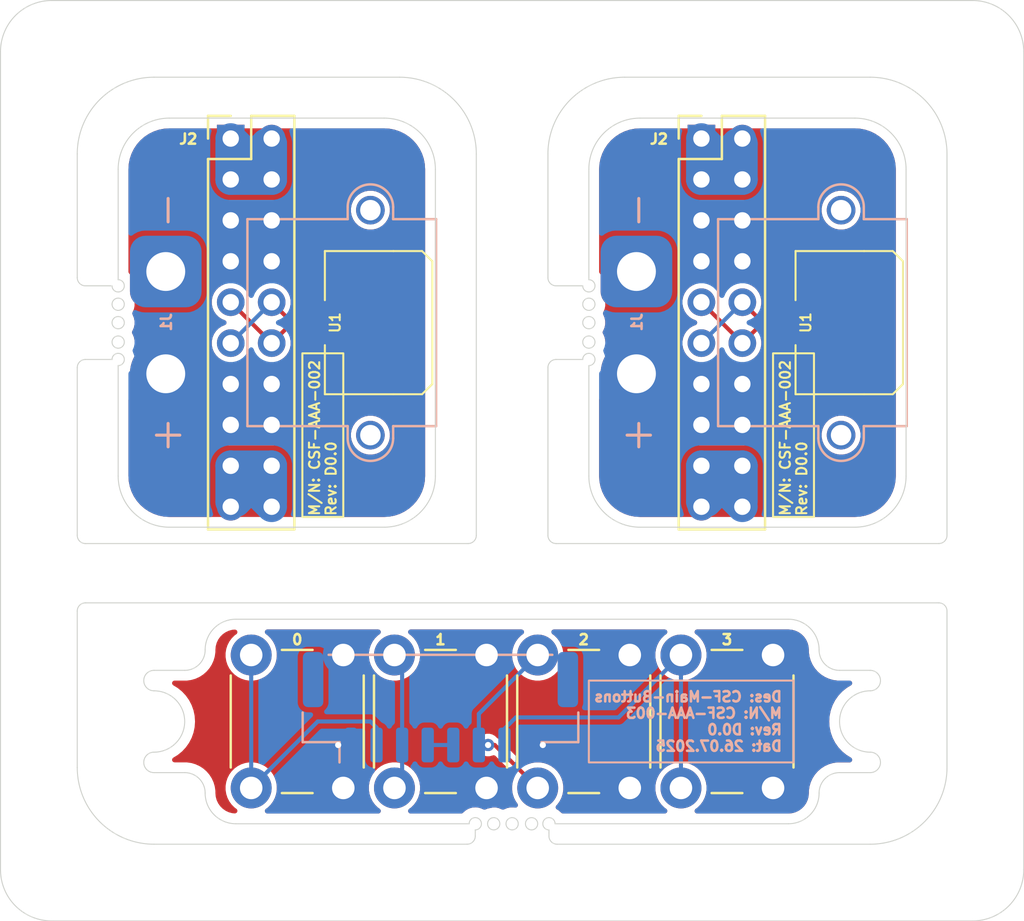
<source format=kicad_pcb>
(kicad_pcb (version 20241229) (generator "pcbnew") (generator_version "9.0")
  (layers (0 "F.Cu" signal) (2 "B.Cu" signal) (13 "F.Paste" user) (15 "B.Paste" user) (5 "F.SilkS" user "F.Silkscreen") (7 "B.SilkS" user "B.Silkscreen") (1 "F.Mask" user) (3 "B.Mask" user) (25 "Edge.Cuts" user))
  (net 0 "")
  (net 1 "+RAWVS")
  (net 2 "GND")
  (net 3 "Power UART TX")
  (net 4 "Power UART RX")
  (net 5 "Button 3")
  (net 6 "Button 0")
  (net 7 "Button 1")
  (net 8 "+3V3")
  (net 9 "Button 2")
  (footprint "Connector_PinHeader_2.00mm:PinHeader_2x10_P2.00mm_Vertical" (layer "F.Cu") (at 108.75 94.25)
    (property "Reference" "J2" (at -2.075 0.025 0) (layer "F.SilkS") (effects (font (size 0.5 0.5))))
    (property "Value" "Pogo Pins" (hide yes))
    (fp_line (start -1.11 -1.11) (end 0 -1.11) (stroke (width 0.12)) (layer "F.SilkS"))
    (fp_line (start -1.11 0) (end -1.11 -1.11) (stroke (width 0.12)) (layer "F.SilkS"))
    (fp_line (start -1.11 1) (end -1.11 19.11) (stroke (width 0.12)) (layer "F.SilkS"))
    (fp_line (start -1.11 1) (end 1 1) (stroke (width 0.12)) (layer "F.SilkS"))
    (fp_line (start -1.11 19.11) (end 3.11 19.11) (stroke (width 0.12)) (layer "F.SilkS"))
    (fp_line (start 1 -1.11) (end 3.11 -1.11) (stroke (width 0.12)) (layer "F.SilkS"))
    (fp_line (start 1 1) (end 1 -1.11) (stroke (width 0.12)) (layer "F.SilkS"))
    (fp_line (start 3.11 -1.11) (end 3.11 19.11) (stroke (width 0.12)) (layer "F.SilkS"))
    (pad "1" thru_hole rect (at 0 0) (size 1.35 1.35) (drill 0.8) (layers "*.Cu" "*.Mask") (net 2 "GND"))
    (pad "2" thru_hole circle (at 2 0) (size 1.35 1.35) (drill 0.8) (layers "*.Cu" "*.Mask") (net 2 "GND"))
    (pad "3" thru_hole circle (at 0 2) (size 1.35 1.35) (drill 0.8) (layers "*.Cu" "*.Mask") (net 2 "GND"))
    (pad "4" thru_hole circle (at 2 2) (size 1.35 1.35) (drill 0.8) (layers "*.Cu" "*.Mask") (net 2 "GND"))
    (pad "5" thru_hole circle (at 0 4) (size 1.35 1.35) (drill 0.8) (layers "*.Cu" "*.Mask") (net 1 "+RAWVS"))
    (pad "6" thru_hole circle (at 2 4) (size 1.35 1.35) (drill 0.8) (layers "*.Cu" "*.Mask") (net 1 "+RAWVS"))
    (pad "7" thru_hole circle (at 0 6) (size 1.35 1.35) (drill 0.8) (layers "*.Cu" "*.Mask") (net 1 "+RAWVS"))
    (pad "8" thru_hole circle (at 2 6) (size 1.35 1.35) (drill 0.8) (layers "*.Cu" "*.Mask") (net 1 "+RAWVS"))
    (pad "9" thru_hole circle (at 0 8) (size 1.35 1.35) (drill 0.8) (layers "*.Cu" "*.Mask") (net 4 "Power UART RX"))
    (pad "10" thru_hole circle (at 2 8) (size 1.35 1.35) (drill 0.8) (layers "*.Cu" "*.Mask") (net 3 "Power UART TX"))
    (pad "11" thru_hole circle (at 0 10) (size 1.35 1.35) (drill 0.8) (layers "*.Cu" "*.Mask") (net 3 "Power UART TX"))
    (pad "12" thru_hole circle (at 2 10) (size 1.35 1.35) (drill 0.8) (layers "*.Cu" "*.Mask") (net 4 "Power UART RX"))
    (pad "13" thru_hole circle (at 0 12) (size 1.35 1.35) (drill 0.8) (layers "*.Cu" "*.Mask") (net 1 "+RAWVS"))
    (pad "14" thru_hole circle (at 2 12) (size 1.35 1.35) (drill 0.8) (layers "*.Cu" "*.Mask") (net 1 "+RAWVS"))
    (pad "15" thru_hole circle (at 0 14) (size 1.35 1.35) (drill 0.8) (layers "*.Cu" "*.Mask") (net 1 "+RAWVS"))
    (pad "16" thru_hole circle (at 2 14) (size 1.35 1.35) (drill 0.8) (layers "*.Cu" "*.Mask") (net 1 "+RAWVS"))
    (pad "17" thru_hole circle (at 0 16) (size 1.35 1.35) (drill 0.8) (layers "*.Cu" "*.Mask") (net 2 "GND"))
    (pad "18" thru_hole circle (at 2 16) (size 1.35 1.35) (drill 0.8) (layers "*.Cu" "*.Mask") (net 2 "GND"))
    (pad "19" thru_hole circle (at 0 18) (size 1.35 1.35) (drill 0.8) (layers "*.Cu" "*.Mask") (net 2 "GND"))
    (pad "20" thru_hole circle (at 2 18) (size 1.35 1.35) (drill 0.8) (layers "*.Cu" "*.Mask") (net 2 "GND"))
  )
  (footprint "FCC:FFC-4-0.5" (layer "F.Cu") (at 136.25 103.25 90)
    (property "Reference" "U1" (at 0 0.6 90) (layer "F.SilkS") (effects (font (size 0.5 0.5) (thickness 0.1))))
    (property "Value" "Substructure" (hide yes))
    (fp_line (start 3.5 0.1) (end 3.5 3.45) (stroke (width 0.1)) (layer "F.SilkS"))
    (fp_line (start 1.1 0.1) (end 3.5 0.1) (stroke (width 0.1)) (layer "F.SilkS"))
    (fp_line (start -3.5 0.1) (end -1.1 0.1) (stroke (width 0.1)) (layer "F.SilkS"))
    (fp_line (start -3.5 3.45) (end -3.5 0.1) (stroke (width 0.1)) (layer "F.SilkS"))
    (fp_line (start 3.5 4.849999) (end 3.5 3.45) (stroke (width 0.1)) (layer "F.SilkS"))
    (fp_line (start -3.5 4.849999) (end -3.5 3.45) (stroke (width 0.1)) (layer "F.SilkS"))
    (fp_line (start 3 5.35) (end 3.5 4.849999) (stroke (width 0.1)) (layer "F.SilkS"))
    (fp_line (start -3 5.35) (end -3.5 4.849999) (stroke (width 0.1)) (layer "F.SilkS"))
    (fp_line (start -3 5.35) (end 3 5.35) (stroke (width 0.1)) (layer "F.SilkS"))
    (pad "" smd rect (at -2.4 2.55 90) (size 1.8 2.2) (layers "F.Cu" "F.Mask" "F.Paste"))
    (pad "" smd rect (at 2.4 2.55 90) (size 1.8 2.2) (layers "F.Cu" "F.Mask" "F.Paste"))
    (pad "1" smd rect (at -0.75 -0.65 90) (size 0.3 1.1) (layers "F.Cu" "F.Mask" "F.Paste") (net 2 "GND"))
    (pad "2" smd rect (at -0.25 -0.65 90) (size 0.3 1.1) (layers "F.Cu" "F.Mask" "F.Paste") (net 4 "Power UART RX"))
    (pad "3" smd rect (at 0.25 -0.649999 90) (size 0.3 1.1) (layers "F.Cu" "F.Mask" "F.Paste") (net 3 "Power UART TX"))
    (pad "4" smd rect (at 0.75 -0.65 90) (size 0.3 1.1) (layers "F.Cu" "F.Mask" "F.Paste") (net 2 "GND"))
  )
  (footprint "Button_Switch_THT:SW_PUSH_6mm_H5mm" (layer "F.Cu") (at 123.75 126 90)
    (property "Reference" "SW3" (hide yes))
    (property "Value" "2" (at 7.25 2.25 0) (layer "F.SilkS") (effects (font (size 0.5 0.5) (thickness 0.125))))
    (fp_line (start 5.5 -1) (end 1 -1) (stroke (width 0.12)) (layer "F.SilkS"))
    (fp_line (start -0.25 1.5) (end -0.25 3) (stroke (width 0.12)) (layer "F.SilkS"))
    (fp_line (start 6.75 3) (end 6.75 1.5) (stroke (width 0.12)) (layer "F.SilkS"))
    (fp_line (start 1 5.5) (end 5.5 5.5) (stroke (width 0.12)) (layer "F.SilkS"))
    (pad "1" thru_hole circle (at 0 0 180) (size 2 2) (drill 1.1) (layers "*.Cu" "*.Mask") (net 9 "Button 2"))
    (pad "1" thru_hole circle (at 6.5 0 180) (size 2 2) (drill 1.1) (layers "*.Cu" "*.Mask") (net 9 "Button 2"))
    (pad "2" thru_hole circle (at 0 4.5 180) (size 2 2) (drill 1.1) (layers "*.Cu" "*.Mask") (net 2 "GND"))
    (pad "2" thru_hole circle (at 6.5 4.5 180) (size 2 2) (drill 1.1) (layers "*.Cu" "*.Mask") (net 2 "GND"))
  )
  (footprint "FCC:FFC-4-0.5" (layer "F.Cu") (at 113.25 103.25 90)
    (property "Reference" "U1" (at 0 0.6 90) (layer "F.SilkS") (effects (font (size 0.5 0.5) (thickness 0.1))))
    (property "Value" "Substructure" (hide yes))
    (fp_line (start 3.5 0.1) (end 3.5 3.45) (stroke (width 0.1)) (layer "F.SilkS"))
    (fp_line (start 1.1 0.1) (end 3.5 0.1) (stroke (width 0.1)) (layer "F.SilkS"))
    (fp_line (start -3.5 0.1) (end -1.1 0.1) (stroke (width 0.1)) (layer "F.SilkS"))
    (fp_line (start -3.5 3.45) (end -3.5 0.1) (stroke (width 0.1)) (layer "F.SilkS"))
    (fp_line (start 3.5 4.849999) (end 3.5 3.45) (stroke (width 0.1)) (layer "F.SilkS"))
    (fp_line (start -3.5 4.849999) (end -3.5 3.45) (stroke (width 0.1)) (layer "F.SilkS"))
    (fp_line (start 3 5.35) (end 3.5 4.849999) (stroke (width 0.1)) (layer "F.SilkS"))
    (fp_line (start -3 5.35) (end -3.5 4.849999) (stroke (width 0.1)) (layer "F.SilkS"))
    (fp_line (start -3 5.35) (end 3 5.35) (stroke (width 0.1)) (layer "F.SilkS"))
    (pad "" smd rect (at -2.4 2.55 90) (size 1.8 2.2) (layers "F.Cu" "F.Mask" "F.Paste"))
    (pad "" smd rect (at 2.4 2.55 90) (size 1.8 2.2) (layers "F.Cu" "F.Mask" "F.Paste"))
    (pad "1" smd rect (at -0.75 -0.65 90) (size 0.3 1.1) (layers "F.Cu" "F.Mask" "F.Paste") (net 2 "GND"))
    (pad "2" smd rect (at -0.25 -0.65 90) (size 0.3 1.1) (layers "F.Cu" "F.Mask" "F.Paste") (net 4 "Power UART RX"))
    (pad "3" smd rect (at 0.25 -0.649999 90) (size 0.3 1.1) (layers "F.Cu" "F.Mask" "F.Paste") (net 3 "Power UART TX"))
    (pad "4" smd rect (at 0.75 -0.65 90) (size 0.3 1.1) (layers "F.Cu" "F.Mask" "F.Paste") (net 2 "GND"))
  )
  (footprint "Button_Switch_THT:SW_PUSH_6mm_H5mm" (layer "F.Cu") (at 116.75 126 90)
    (property "Reference" "SW2" (hide yes))
    (property "Value" "1" (at 7.25 2.25 0) (layer "F.SilkS") (effects (font (size 0.5 0.5) (thickness 0.125))))
    (fp_line (start 5.5 -1) (end 1 -1) (stroke (width 0.12)) (layer "F.SilkS"))
    (fp_line (start -0.25 1.5) (end -0.25 3) (stroke (width 0.12)) (layer "F.SilkS"))
    (fp_line (start 6.75 3) (end 6.75 1.5) (stroke (width 0.12)) (layer "F.SilkS"))
    (fp_line (start 1 5.5) (end 5.5 5.5) (stroke (width 0.12)) (layer "F.SilkS"))
    (pad "1" thru_hole circle (at 0 0 180) (size 2 2) (drill 1.1) (layers "*.Cu" "*.Mask") (net 7 "Button 1"))
    (pad "1" thru_hole circle (at 6.5 0 180) (size 2 2) (drill 1.1) (layers "*.Cu" "*.Mask") (net 7 "Button 1"))
    (pad "2" thru_hole circle (at 0 4.5 180) (size 2 2) (drill 1.1) (layers "*.Cu" "*.Mask") (net 2 "GND"))
    (pad "2" thru_hole circle (at 6.5 4.5 180) (size 2 2) (drill 1.1) (layers "*.Cu" "*.Mask") (net 2 "GND"))
  )
  (footprint "Button_Switch_THT:SW_PUSH_6mm_H5mm" (layer "F.Cu") (at 109.75 126 90)
    (property "Reference" "SW1" (hide yes))
    (property "Value" "0" (at 7.25 2.25 0) (layer "F.SilkS") (effects (font (size 0.5 0.5) (thickness 0.125))))
    (fp_line (start 5.5 -1) (end 1 -1) (stroke (width 0.12)) (layer "F.SilkS"))
    (fp_line (start -0.25 1.5) (end -0.25 3) (stroke (width 0.12)) (layer "F.SilkS"))
    (fp_line (start 6.75 3) (end 6.75 1.5) (stroke (width 0.12)) (layer "F.SilkS"))
    (fp_line (start 1 5.5) (end 5.5 5.5) (stroke (width 0.12)) (layer "F.SilkS"))
    (pad "1" thru_hole circle (at 0 0 180) (size 2 2) (drill 1.1) (layers "*.Cu" "*.Mask") (net 6 "Button 0"))
    (pad "1" thru_hole circle (at 6.5 0 180) (size 2 2) (drill 1.1) (layers "*.Cu" "*.Mask") (net 6 "Button 0"))
    (pad "2" thru_hole circle (at 0 4.5 180) (size 2 2) (drill 1.1) (layers "*.Cu" "*.Mask") (net 2 "GND"))
    (pad "2" thru_hole circle (at 6.5 4.5 180) (size 2 2) (drill 1.1) (layers "*.Cu" "*.Mask") (net 2 "GND"))
  )
  (footprint "Button_Switch_THT:SW_PUSH_6mm_H5mm" (layer "F.Cu") (at 130.75 126 90)
    (property "Reference" "SW4" (hide yes))
    (property "Value" "3" (at 7.25 2.25 0) (layer "F.SilkS") (effects (font (size 0.5 0.5) (thickness 0.125))))
    (fp_line (start 5.5 -1) (end 1 -1) (stroke (width 0.12)) (layer "F.SilkS"))
    (fp_line (start -0.25 1.5) (end -0.25 3) (stroke (width 0.12)) (layer "F.SilkS"))
    (fp_line (start 6.75 3) (end 6.75 1.5) (stroke (width 0.12)) (layer "F.SilkS"))
    (fp_line (start 1 5.5) (end 5.5 5.5) (stroke (width 0.12)) (layer "F.SilkS"))
    (pad "1" thru_hole circle (at 0 0 180) (size 2 2) (drill 1.1) (layers "*.Cu" "*.Mask") (net 5 "Button 3"))
    (pad "1" thru_hole circle (at 6.5 0 180) (size 2 2) (drill 1.1) (layers "*.Cu" "*.Mask") (net 5 "Button 3"))
    (pad "2" thru_hole circle (at 0 4.5 180) (size 2 2) (drill 1.1) (layers "*.Cu" "*.Mask") (net 2 "GND"))
    (pad "2" thru_hole circle (at 6.5 4.5 180) (size 2 2) (drill 1.1) (layers "*.Cu" "*.Mask") (net 2 "GND"))
  )
  (footprint "Connector_PinHeader_2.00mm:PinHeader_2x10_P2.00mm_Vertical" (layer "F.Cu") (at 131.75 94.25)
    (property "Reference" "J2" (at -2.075 0.025 0) (layer "F.SilkS") (effects (font (size 0.5 0.5))))
    (property "Value" "Pogo Pins" (hide yes))
    (fp_line (start -1.11 -1.11) (end 0 -1.11) (stroke (width 0.12)) (layer "F.SilkS"))
    (fp_line (start -1.11 0) (end -1.11 -1.11) (stroke (width 0.12)) (layer "F.SilkS"))
    (fp_line (start -1.11 1) (end -1.11 19.11) (stroke (width 0.12)) (layer "F.SilkS"))
    (fp_line (start -1.11 1) (end 1 1) (stroke (width 0.12)) (layer "F.SilkS"))
    (fp_line (start -1.11 19.11) (end 3.11 19.11) (stroke (width 0.12)) (layer "F.SilkS"))
    (fp_line (start 1 -1.11) (end 3.11 -1.11) (stroke (width 0.12)) (layer "F.SilkS"))
    (fp_line (start 1 1) (end 1 -1.11) (stroke (width 0.12)) (layer "F.SilkS"))
    (fp_line (start 3.11 -1.11) (end 3.11 19.11) (stroke (width 0.12)) (layer "F.SilkS"))
    (pad "1" thru_hole rect (at 0 0) (size 1.35 1.35) (drill 0.8) (layers "*.Cu" "*.Mask") (net 2 "GND"))
    (pad "2" thru_hole circle (at 2 0) (size 1.35 1.35) (drill 0.8) (layers "*.Cu" "*.Mask") (net 2 "GND"))
    (pad "3" thru_hole circle (at 0 2) (size 1.35 1.35) (drill 0.8) (layers "*.Cu" "*.Mask") (net 2 "GND"))
    (pad "4" thru_hole circle (at 2 2) (size 1.35 1.35) (drill 0.8) (layers "*.Cu" "*.Mask") (net 2 "GND"))
    (pad "5" thru_hole circle (at 0 4) (size 1.35 1.35) (drill 0.8) (layers "*.Cu" "*.Mask") (net 1 "+RAWVS"))
    (pad "6" thru_hole circle (at 2 4) (size 1.35 1.35) (drill 0.8) (layers "*.Cu" "*.Mask") (net 1 "+RAWVS"))
    (pad "7" thru_hole circle (at 0 6) (size 1.35 1.35) (drill 0.8) (layers "*.Cu" "*.Mask") (net 1 "+RAWVS"))
    (pad "8" thru_hole circle (at 2 6) (size 1.35 1.35) (drill 0.8) (layers "*.Cu" "*.Mask") (net 1 "+RAWVS"))
    (pad "9" thru_hole circle (at 0 8) (size 1.35 1.35) (drill 0.8) (layers "*.Cu" "*.Mask") (net 4 "Power UART RX"))
    (pad "10" thru_hole circle (at 2 8) (size 1.35 1.35) (drill 0.8) (layers "*.Cu" "*.Mask") (net 3 "Power UART TX"))
    (pad "11" thru_hole circle (at 0 10) (size 1.35 1.35) (drill 0.8) (layers "*.Cu" "*.Mask") (net 3 "Power UART TX"))
    (pad "12" thru_hole circle (at 2 10) (size 1.35 1.35) (drill 0.8) (layers "*.Cu" "*.Mask") (net 4 "Power UART RX"))
    (pad "13" thru_hole circle (at 0 12) (size 1.35 1.35) (drill 0.8) (layers "*.Cu" "*.Mask") (net 1 "+RAWVS"))
    (pad "14" thru_hole circle (at 2 12) (size 1.35 1.35) (drill 0.8) (layers "*.Cu" "*.Mask") (net 1 "+RAWVS"))
    (pad "15" thru_hole circle (at 0 14) (size 1.35 1.35) (drill 0.8) (layers "*.Cu" "*.Mask") (net 1 "+RAWVS"))
    (pad "16" thru_hole circle (at 2 14) (size 1.35 1.35) (drill 0.8) (layers "*.Cu" "*.Mask") (net 1 "+RAWVS"))
    (pad "17" thru_hole circle (at 0 16) (size 1.35 1.35) (drill 0.8) (layers "*.Cu" "*.Mask") (net 2 "GND"))
    (pad "18" thru_hole circle (at 2 16) (size 1.35 1.35) (drill 0.8) (layers "*.Cu" "*.Mask") (net 2 "GND"))
    (pad "19" thru_hole circle (at 0 18) (size 1.35 1.35) (drill 0.8) (layers "*.Cu" "*.Mask") (net 2 "GND"))
    (pad "20" thru_hole circle (at 2 18) (size 1.35 1.35) (drill 0.8) (layers "*.Cu" "*.Mask") (net 2 "GND"))
  )
  (footprint "Connector_AMASS:AMASS_XT30PW-M_1x02_P2.50mm_Horizontal" (layer "B.Cu") (at 128.575 100.75 90)
    (property "Reference" "J1" (at -2.475 0.025 90) (layer "B.SilkS") (effects (font (size 0.5 0.5) (thickness 0.125)) (justify mirror)))
    (property "Value" "Substructure Power" (hide yes))
    (fp_line (start -7.56 3.99) (end 2.56 3.99) (stroke (width 0.12)) (layer "B.SilkS"))
    (fp_line (start 2.56 8.89) (end 2.56 3.99) (stroke (width 0.12)) (layer "B.SilkS"))
    (fp_line (start 2.56 8.89) (end 3.15 8.89) (stroke (width 0.12)) (layer "B.SilkS"))
    (fp_line (start -7.56 8.89) (end -7.56 3.99) (stroke (width 0.12)) (layer "B.SilkS"))
    (fp_line (start -8.15 8.89) (end -7.56 8.89) (stroke (width 0.12)) (layer "B.SilkS"))
    (fp_line (start 2.56 11.11) (end 3.15 11.11) (stroke (width 0.12)) (layer "B.SilkS"))
    (fp_line (start -8.15 11.11) (end -7.56 11.11) (stroke (width 0.12)) (layer "B.SilkS"))
    (fp_line (start 2.56 13.21) (end 2.56 11.11) (stroke (width 0.12)) (layer "B.SilkS"))
    (fp_line (start -7.56 13.21) (end -7.56 11.11) (stroke (width 0.12)) (layer "B.SilkS"))
    (fp_line (start -7.56 13.21) (end 2.56 13.21) (stroke (width 0.12)) (layer "B.SilkS"))
    (fp_arc (start 3.15 8.89) (mid 4.26 10) (end 3.15 11.11) (stroke (width 0.12)) (layer "B.SilkS"))
    (fp_arc (start -8.15 11.11) (mid -9.26 10) (end -8.15 8.89) (stroke (width 0.12)) (layer "B.SilkS"))
    (fp_text user "+" (at -8 0 90) (layer "B.SilkS") (effects (font (size 1.5 1.5)) (justify mirror)))
    (fp_text user "-" (at 3 0 90) (layer "B.SilkS") (effects (font (size 1.5 1.5)) (justify mirror)))
    (pad "" thru_hole circle (at -8 10 90) (size 1.4 1.4) (drill 1) (layers "*.Cu" "*.Mask"))
    (pad "" thru_hole circle (at 3 10 90) (size 1.4 1.4) (drill 1) (layers "*.Cu" "*.Mask"))
    (pad "1" thru_hole roundrect (at 0 0 90) (size 3.5 3.5) (drill 1.9) (layers "*.Cu" "*.Mask") (roundrect_rratio 0.22) (net 2 "GND"))
    (pad "2" thru_hole circle (at -5 0 90) (size 3.5 3.5) (drill 1.9) (layers "*.Cu" "*.Mask") (net 1 "+RAWVS"))
  )
  (footprint "Connector_JST:JST_GH_SM08B-GHS-TB_1x08-1MP_P1.25mm_Horizontal" (layer "B.Cu") (at 119 122.05)
    (property "Reference" "J8" (hide yes))
    (property "Value" "Buttons" (hide yes))
    (fp_line (start -6.735 0.26) (end -6.735 1.71) (stroke (width 0.12)) (layer "B.SilkS"))
    (fp_line (start -6.735 1.71) (end -4.935 1.71) (stroke (width 0.12)) (layer "B.SilkS"))
    (fp_line (start -5.465 -2.56) (end 5.465 -2.56) (stroke (width 0.12)) (layer "B.SilkS"))
    (fp_line (start -4.935 1.71) (end -4.935 2.7) (stroke (width 0.12)) (layer "B.SilkS"))
    (fp_line (start 6.735 0.26) (end 6.735 1.71) (stroke (width 0.12)) (layer "B.SilkS"))
    (fp_line (start 6.735 1.71) (end 4.935 1.71) (stroke (width 0.12)) (layer "B.SilkS"))
    (pad "1" smd roundrect (at -4.375 1.85) (size 0.6 1.7) (layers "B.Cu" "B.Mask" "B.Paste") (net 2 "GND"))
    (pad "2" smd roundrect (at -3.125 1.85) (size 0.6 1.7) (layers "B.Cu" "B.Mask" "B.Paste") (net 6 "Button 0"))
    (pad "3" smd roundrect (at -1.875 1.85) (size 0.6 1.7) (layers "B.Cu" "B.Mask" "B.Paste") (net 7 "Button 1"))
    (pad "4" smd roundrect (at -0.625 1.85) (size 0.6 1.7) (layers "B.Cu" "B.Mask" "B.Paste") (net 8 "+3V3"))
    (pad "5" smd roundrect (at 0.625 1.85) (size 0.6 1.7) (layers "B.Cu" "B.Mask" "B.Paste") (net 8 "+3V3"))
    (pad "6" smd roundrect (at 1.875 1.85) (size 0.6 1.7) (layers "B.Cu" "B.Mask" "B.Paste") (net 9 "Button 2"))
    (pad "7" smd roundrect (at 3.125 1.85) (size 0.6 1.7) (layers "B.Cu" "B.Mask" "B.Paste") (net 5 "Button 3"))
    (pad "8" smd roundrect (at 4.375 1.85) (size 0.6 1.7) (layers "B.Cu" "B.Mask" "B.Paste") (net 2 "GND"))
    (pad "MP" smd roundrect (at -6.225 -1.35) (size 1 2.7) (layers "B.Cu" "B.Mask" "B.Paste"))
    (pad "MP" smd roundrect (at 6.225 -1.35) (size 1 2.7) (layers "B.Cu" "B.Mask" "B.Paste"))
  )
  (footprint "Connector_AMASS:AMASS_XT30PW-M_1x02_P2.50mm_Horizontal" (layer "B.Cu") (at 105.575 100.75 90)
    (property "Reference" "J1" (at -2.475 0.025 90) (layer "B.SilkS") (effects (font (size 0.5 0.5) (thickness 0.125)) (justify mirror)))
    (property "Value" "Substructure Power" (hide yes))
    (fp_line (start -7.56 3.99) (end 2.56 3.99) (stroke (width 0.12)) (layer "B.SilkS"))
    (fp_line (start 2.56 8.89) (end 2.56 3.99) (stroke (width 0.12)) (layer "B.SilkS"))
    (fp_line (start 2.56 8.89) (end 3.15 8.89) (stroke (width 0.12)) (layer "B.SilkS"))
    (fp_line (start -7.56 8.89) (end -7.56 3.99) (stroke (width 0.12)) (layer "B.SilkS"))
    (fp_line (start -8.15 8.89) (end -7.56 8.89) (stroke (width 0.12)) (layer "B.SilkS"))
    (fp_line (start 2.56 11.11) (end 3.15 11.11) (stroke (width 0.12)) (layer "B.SilkS"))
    (fp_line (start -8.15 11.11) (end -7.56 11.11) (stroke (width 0.12)) (layer "B.SilkS"))
    (fp_line (start 2.56 13.21) (end 2.56 11.11) (stroke (width 0.12)) (layer "B.SilkS"))
    (fp_line (start -7.56 13.21) (end -7.56 11.11) (stroke (width 0.12)) (layer "B.SilkS"))
    (fp_line (start -7.56 13.21) (end 2.56 13.21) (stroke (width 0.12)) (layer "B.SilkS"))
    (fp_arc (start 3.15 8.89) (mid 4.26 10) (end 3.15 11.11) (stroke (width 0.12)) (layer "B.SilkS"))
    (fp_arc (start -8.15 11.11) (mid -9.26 10) (end -8.15 8.89) (stroke (width 0.12)) (layer "B.SilkS"))
    (fp_text user "-" (at 3 0 90) (layer "B.SilkS") (effects (font (size 1.5 1.5)) (justify mirror)))
    (fp_text user "+" (at -8 0 90) (layer "B.SilkS") (effects (font (size 1.5 1.5)) (justify mirror)))
    (pad "" thru_hole circle (at -8 10 90) (size 1.4 1.4) (drill 1) (layers "*.Cu" "*.Mask"))
    (pad "" thru_hole circle (at 3 10 90) (size 1.4 1.4) (drill 1) (layers "*.Cu" "*.Mask"))
    (pad "1" thru_hole roundrect (at 0 0 90) (size 3.5 3.5) (drill 1.9) (layers "*.Cu" "*.Mask") (roundrect_rratio 0.22) (net 2 "GND"))
    (pad "2" thru_hole circle (at -5 0 90) (size 3.5 3.5) (drill 1.9) (layers "*.Cu" "*.Mask") (net 1 "+RAWVS"))
  )
  (gr_rect (start 112.25 104.75) (end 114.25 112.75) (stroke (width 0.1)) (fill no) (layer "F.SilkS"))
  (gr_rect (start 135.25 104.75) (end 137.25 112.75) (stroke (width 0.1)) (fill no) (layer "F.SilkS"))
  (gr_rect (start 126.25 120.75) (end 136.25 124.75) (stroke (width 0.1)) (fill no) (layer "B.SilkS"))
  (gr_circle (center 103.25 102.35) (end 103.25 102.05) (stroke (width 0.05)) (fill no) (layer "Edge.Cuts"))
  (gr_arc (start 120.7 128.35) (mid 120.582843 128.632843) (end 120.3 128.75) (stroke (width 0.05)) (layer "Edge.Cuts"))
  (gr_arc (start 120.75 113.65) (mid 120.632843 113.932843) (end 120.35 114.05) (stroke (width 0.05)) (layer "Edge.Cuts"))
  (gr_line (start 128.75 113.25) (end 139.25 113.25) (stroke (width 0.05)) (layer "Edge.Cuts"))
  (gr_line (start 141.75 110.75) (end 141.75 95.75) (stroke (width 0.05)) (layer "Edge.Cuts"))
  (gr_arc (start 107.5 119.25) (mid 107.207107 119.957107) (end 106.5 120.25) (stroke (width 0.05)) (layer "Edge.Cuts"))
  (gr_line (start 106.5 120.25) (end 105 120.25) (stroke (width 0.05)) (layer "Edge.Cuts"))
  (gr_line (start 118.75 110.75) (end 118.75 95.75) (stroke (width 0.05)) (layer "Edge.Cuts"))
  (gr_line (start 101.25 105.45) (end 101.25 113.65) (stroke (width 0.05)) (layer "Edge.Cuts"))
  (gr_arc (start 126.25 95.75) (mid 126.982233 93.982233) (end 128.75 93.25) (stroke (width 0.05)) (layer "Edge.Cuts"))
  (gr_arc (start 105.75 113.25) (mid 103.982233 112.517767) (end 103.25 110.75) (stroke (width 0.05)) (layer "Edge.Cuts"))
  (gr_arc (start 124.25 105.45) (mid 124.367157 105.167157) (end 124.65 105.05) (stroke (width 0.05)) (layer "Edge.Cuts"))
  (gr_arc (start 141.75 110.75) (mid 141.017767 112.517767) (end 139.25 113.25) (stroke (width 0.05)) (layer "Edge.Cuts"))
  (gr_arc (start 139.25 93.25) (mid 141.017767 93.982233) (end 141.75 95.75) (stroke (width 0.05)) (layer "Edge.Cuts"))
  (gr_arc (start 101.65 101.45) (mid 101.367157 101.332843) (end 101.25 101.05) (stroke (width 0.05)) (layer "Edge.Cuts"))
  (gr_arc (start 136 117.75) (mid 137.06066 118.18934) (end 137.5 119.25) (stroke (width 0.05)) (layer "Edge.Cuts"))
  (gr_line (start 101.25 117.35) (end 101.25 125) (stroke (width 0.05)) (layer "Edge.Cuts"))
  (gr_circle (center 126.25 103.25) (end 126.25 102.95) (stroke (width 0.05)) (fill no) (layer "Edge.Cuts"))
  (gr_arc (start 105 121.25) (mid 106.5 122.75) (end 105 124.25) (stroke (width 0.05)) (layer "Edge.Cuts"))
  (gr_line (start 120.75 113.65) (end 120.75 95) (stroke (width 0.05)) (layer "Edge.Cuts"))
  (gr_circle (center 126.25 102.35) (end 126.25 102.05) (stroke (width 0.05)) (fill no) (layer "Edge.Cuts"))
  (gr_arc (start 124.25 95) (mid 125.34835 92.34835) (end 128 91.25) (stroke (width 0.05)) (layer "Edge.Cuts"))
  (gr_line (start 120.7 128.05) (end 120.7 128.35) (stroke (width 0.05)) (layer "Edge.Cuts"))
  (gr_line (start 138.5 120.25) (end 140 120.25) (stroke (width 0.05)) (layer "Edge.Cuts"))
  (gr_arc (start 103.25 101.15) (mid 103.462132 101.662132) (end 102.95 101.45) (stroke (width 0.05)) (layer "Edge.Cuts"))
  (gr_line (start 109 117.75) (end 136 117.75) (stroke (width 0.05)) (layer "Edge.Cuts"))
  (gr_line (start 128 91.25) (end 140 91.25) (stroke (width 0.05)) (layer "Edge.Cuts"))
  (gr_arc (start 140 124.25) (mid 140.5 124.75) (end 140 125.25) (stroke (width 0.05)) (layer "Edge.Cuts"))
  (gr_line (start 124.65 114.05) (end 143.35 114.05) (stroke (width 0.05)) (layer "Edge.Cuts"))
  (gr_line (start 97.5 130) (end 97.5 90) (stroke (width 0.05)) (layer "Edge.Cuts"))
  (gr_arc (start 101.25 105.45) (mid 101.367157 105.167157) (end 101.65 105.05) (stroke (width 0.05)) (layer "Edge.Cuts"))
  (gr_line (start 105.75 113.25) (end 116.25 113.25) (stroke (width 0.05)) (layer "Edge.Cuts"))
  (gr_arc (start 143.75 113.65) (mid 143.632843 113.932843) (end 143.35 114.05) (stroke (width 0.05)) (layer "Edge.Cuts"))
  (gr_arc (start 138.5 120.25) (mid 137.792893 119.957107) (end 137.5 119.25) (stroke (width 0.05)) (layer "Edge.Cuts"))
  (gr_arc (start 101.25 95) (mid 102.34835 92.34835) (end 105 91.25) (stroke (width 0.05)) (layer "Edge.Cuts"))
  (gr_line (start 100 87.5) (end 145 87.5) (stroke (width 0.05)) (layer "Edge.Cuts"))
  (gr_arc (start 140 124.25) (mid 138.5 122.75) (end 140 121.25) (stroke (width 0.05)) (layer "Edge.Cuts"))
  (gr_arc (start 145 87.5) (mid 146.767767 88.232233) (end 147.5 90) (stroke (width 0.05)) (layer "Edge.Cuts"))
  (gr_arc (start 140 120.25) (mid 140.5 120.75) (end 140 121.25) (stroke (width 0.05)) (layer "Edge.Cuts"))
  (gr_line (start 105 128.75) (end 120.3 128.75) (stroke (width 0.05)) (layer "Edge.Cuts"))
  (gr_line (start 101.65 116.95) (end 143.35 116.95) (stroke (width 0.05)) (layer "Edge.Cuts"))
  (gr_arc (start 105 128.75) (mid 102.34835 127.65165) (end 101.25 125) (stroke (width 0.05)) (layer "Edge.Cuts"))
  (gr_line (start 143.75 125) (end 143.75 117.35) (stroke (width 0.05)) (layer "Edge.Cuts"))
  (gr_line (start 143.75 113.65) (end 143.75 95) (stroke (width 0.05)) (layer "Edge.Cuts"))
  (gr_arc (start 117 91.25) (mid 119.65165 92.34835) (end 120.75 95) (stroke (width 0.05)) (layer "Edge.Cuts"))
  (gr_line (start 105 91.25) (end 117 91.25) (stroke (width 0.05)) (layer "Edge.Cuts"))
  (gr_arc (start 105 121.25) (mid 104.5 120.75) (end 105 120.25) (stroke (width 0.05)) (layer "Edge.Cuts"))
  (gr_arc (start 101.65 114.05) (mid 101.367157 113.932843) (end 101.25 113.65) (stroke (width 0.05)) (layer "Edge.Cuts"))
  (gr_arc (start 106.5 125.25) (mid 107.207107 125.542893) (end 107.5 126.25) (stroke (width 0.05)) (layer "Edge.Cuts"))
  (gr_arc (start 105 125.25) (mid 104.5 124.75) (end 105 124.25) (stroke (width 0.05)) (layer "Edge.Cuts"))
  (gr_arc (start 128.75 113.25) (mid 126.982233 112.517767) (end 126.25 110.75) (stroke (width 0.05)) (layer "Edge.Cuts"))
  (gr_line (start 103.25 105.35) (end 103.25 110.75) (stroke (width 0.05)) (layer "Edge.Cuts"))
  (gr_line (start 102.95 105.05) (end 101.65 105.05) (stroke (width 0.05)) (layer "Edge.Cuts"))
  (gr_line (start 125.95 101.45) (end 124.65 101.45) (stroke (width 0.05)) (layer "Edge.Cuts"))
  (gr_circle (center 122.5 127.75) (end 122.2 127.75) (stroke (width 0.05)) (fill no) (layer "Edge.Cuts"))
  (gr_line (start 124.6 127.75) (end 136 127.75) (stroke (width 0.05)) (layer "Edge.Cuts"))
  (gr_circle (center 126.25 104.2) (end 126.25 103.9) (stroke (width 0.05)) (fill no) (layer "Edge.Cuts"))
  (gr_line (start 101.25 95) (end 101.25 101.05) (stroke (width 0.05)) (layer "Edge.Cuts"))
  (gr_arc (start 124.3 128.05) (mid 124.087868 127.537868) (end 124.6 127.75) (stroke (width 0.05)) (layer "Edge.Cuts"))
  (gr_line (start 124.25 101.05) (end 124.25 95) (stroke (width 0.05)) (layer "Edge.Cuts"))
  (gr_arc (start 143.35 116.95) (mid 143.632843 117.067157) (end 143.75 117.35) (stroke (width 0.05)) (layer "Edge.Cuts"))
  (gr_line (start 103.25 95.75) (end 103.25 101.15) (stroke (width 0.05)) (layer "Edge.Cuts"))
  (gr_line (start 147.5 90) (end 147.5 130) (stroke (width 0.05)) (layer "Edge.Cuts"))
  (gr_arc (start 124.7 128.75) (mid 124.417157 128.632843) (end 124.3 128.35) (stroke (width 0.05)) (layer "Edge.Cuts"))
  (gr_line (start 102.95 101.45) (end 101.65 101.45) (stroke (width 0.05)) (layer "Edge.Cuts"))
  (gr_arc (start 102.95 105.05) (mid 103.462132 104.837868) (end 103.25 105.35) (stroke (width 0.05)) (layer "Edge.Cuts"))
  (gr_arc (start 116.25 93.25) (mid 118.017767 93.982233) (end 118.75 95.75) (stroke (width 0.05)) (layer "Edge.Cuts"))
  (gr_arc (start 100 132.5) (mid 98.232233 131.767767) (end 97.5 130) (stroke (width 0.05)) (layer "Edge.Cuts"))
  (gr_arc (start 97.5 90) (mid 98.232233 88.232233) (end 100 87.5) (stroke (width 0.05)) (layer "Edge.Cuts"))
  (gr_circle (center 121.6 127.75) (end 121.3 127.75) (stroke (width 0.05)) (fill no) (layer "Edge.Cuts"))
  (gr_arc (start 107.5 119.25) (mid 107.93934 118.18934) (end 109 117.75) (stroke (width 0.05)) (layer "Edge.Cuts"))
  (gr_arc (start 124.65 101.45) (mid 124.367157 101.332843) (end 124.25 101.05) (stroke (width 0.05)) (layer "Edge.Cuts"))
  (gr_line (start 109 127.75) (end 120.4 127.75) (stroke (width 0.05)) (layer "Edge.Cuts"))
  (gr_line (start 106.5 125.25) (end 105 125.25) (stroke (width 0.05)) (layer "Edge.Cuts"))
  (gr_line (start 101.65 114.05) (end 120.35 114.05) (stroke (width 0.05)) (layer "Edge.Cuts"))
  (gr_circle (center 123.45 127.75) (end 123.15 127.75) (stroke (width 0.05)) (fill no) (layer "Edge.Cuts"))
  (gr_line (start 138.5 125.25) (end 140 125.25) (stroke (width 0.05)) (layer "Edge.Cuts"))
  (gr_arc (start 137.5 126.25) (mid 137.792893 125.542893) (end 138.5 125.25) (stroke (width 0.05)) (layer "Edge.Cuts"))
  (gr_arc (start 101.25 117.35) (mid 101.367157 117.067157) (end 101.65 116.95) (stroke (width 0.05)) (layer "Edge.Cuts"))
  (gr_arc (start 118.75 110.75) (mid 118.017767 112.517767) (end 116.25 113.25) (stroke (width 0.05)) (layer "Edge.Cuts"))
  (gr_circle (center 103.25 104.2) (end 103.25 103.9) (stroke (width 0.05)) (fill no) (layer "Edge.Cuts"))
  (gr_arc (start 103.25 95.75) (mid 103.982233 93.982233) (end 105.75 93.25) (stroke (width 0.05)) (layer "Edge.Cuts"))
  (gr_arc (start 120.4 127.75) (mid 120.912132 127.537868) (end 120.7 128.05) (stroke (width 0.05)) (layer "Edge.Cuts"))
  (gr_line (start 124.3 128.05) (end 124.3 128.35) (stroke (width 0.05)) (layer "Edge.Cuts"))
  (gr_line (start 126.25 105.35) (end 126.25 110.75) (stroke (width 0.05)) (layer "Edge.Cuts"))
  (gr_line (start 145 132.5) (end 100 132.5) (stroke (width 0.05)) (layer "Edge.Cuts"))
  (gr_arc (start 137.5 126.25) (mid 137.06066 127.31066) (end 136 127.75) (stroke (width 0.05)) (layer "Edge.Cuts"))
  (gr_arc (start 147.5 130) (mid 146.767767 131.767767) (end 145 132.5) (stroke (width 0.05)) (layer "Edge.Cuts"))
  (gr_line (start 126.25 95.75) (end 126.25 101.15) (stroke (width 0.05)) (layer "Edge.Cuts"))
  (gr_line (start 124.25 105.45) (end 124.25 113.65) (stroke (width 0.05)) (layer "Edge.Cuts"))
  (gr_arc (start 126.25 101.15) (mid 126.462132 101.662132) (end 125.95 101.45) (stroke (width 0.05)) (layer "Edge.Cuts"))
  (gr_line (start 139.25 93.25) (end 128.75 93.25) (stroke (width 0.05)) (layer "Edge.Cuts"))
  (gr_arc (start 125.95 105.05) (mid 126.462132 104.837868) (end 126.25 105.35) (stroke (width 0.05)) (layer "Edge.Cuts"))
  (gr_line (start 116.25 93.25) (end 105.75 93.25) (stroke (width 0.05)) (layer "Edge.Cuts"))
  (gr_line (start 124.7 128.75) (end 140 128.75) (stroke (width 0.05)) (layer "Edge.Cuts"))
  (gr_arc (start 109 127.75) (mid 107.93934 127.31066) (end 107.5 126.25) (stroke (width 0.05)) (layer "Edge.Cuts"))
  (gr_arc (start 140 91.25) (mid 142.65165 92.34835) (end 143.75 95) (stroke (width 0.05)) (layer "Edge.Cuts"))
  (gr_arc (start 143.75 125) (mid 142.65165 127.65165) (end 140 128.75) (stroke (width 0.05)) (layer "Edge.Cuts"))
  (gr_line (start 125.95 105.05) (end 124.65 105.05) (stroke (width 0.05)) (layer "Edge.Cuts"))
  (gr_circle (center 103.25 103.25) (end 103.25 102.95) (stroke (width 0.05)) (fill no) (layer "Edge.Cuts"))
  (gr_arc (start 124.65 114.05) (mid 124.367157 113.932843) (end 124.25 113.65) (stroke (width 0.05)) (layer "Edge.Cuts"))
  (gr_text "M/N: CSF-AAA-002\nRev: D0.0" (at 136.25 112.75 90) (layer "F.SilkS") (effects (font (size 0.5 0.5) (thickness 0.1)) (justify left)))
  (gr_text "M/N: CSF-AAA-002\nRev: D0.0" (at 113.25 112.75 90) (layer "F.SilkS") (effects (font (size 0.5 0.5) (thickness 0.1)) (justify left)))
  (gr_text "Des: CSF-Main-Buttons\nM/N: CSF-AAA-003\nRev: D0.0\nDat: 26.07.2025" (at 135.75 124.25 0) (layer "B.SilkS") (effects (font (size 0.5 0.5) (thickness 0.125)) (justify left bottom mirror)))
  (segment (start 108.75 106.25) (end 108.75 108.25) (width 1.5) (layer "F.Cu") (net 1))
  (segment (start 110.75 98.25) (end 108.75 98.25) (width 1.5) (layer "F.Cu") (net 1))
  (segment (start 131.75 98.25) (end 131.75 100.25) (width 1.5) (layer "F.Cu") (net 1))
  (segment (start 108.75 108.25) (end 110.75 106.25) (width 1.5) (layer "F.Cu") (net 1))
  (segment (start 133.75 98.25) (end 131.75 98.25) (width 1.5) (layer "F.Cu") (net 1))
  (segment (start 133.75 108.25) (end 133.75 106.25) (width 1.5) (layer "F.Cu") (net 1))
  (segment (start 131.75 106.25) (end 131.75 108.25) (width 1.5) (layer "F.Cu") (net 1))
  (segment (start 108.75 100.25) (end 110.75 98.25) (width 1.5) (layer "F.Cu") (net 1))
  (segment (start 131.75 98.25) (end 133.75 100.25) (width 1.5) (layer "F.Cu") (net 1))
  (segment (start 108.75 106.25) (end 110.75 108.25) (width 1.5) (layer "F.Cu") (net 1))
  (segment (start 108.75 100.25) (end 110.75 100.25) (width 1.5) (layer "F.Cu") (net 1))
  (segment (start 133.75 106.25) (end 131.75 106.25) (width 1.5) (layer "F.Cu") (net 1))
  (segment (start 108.75 108.25) (end 110.75 108.25) (width 1.5) (layer "F.Cu") (net 1))
  (segment (start 108.75 98.25) (end 110.75 100.25) (width 1.5) (layer "F.Cu") (net 1))
  (segment (start 131.75 100.25) (end 133.75 98.25) (width 1.5) (layer "F.Cu") (net 1))
  (segment (start 131.75 108.25) (end 133.75 106.25) (width 1.5) (layer "F.Cu") (net 1))
  (segment (start 131.75 108.25) (end 133.75 108.25) (width 1.5) (layer "F.Cu") (net 1))
  (segment (start 131.75 100.25) (end 133.75 100.25) (width 1.5) (layer "F.Cu") (net 1))
  (segment (start 110.75 106.25) (end 108.75 106.25) (width 1.5) (layer "F.Cu") (net 1))
  (segment (start 133.75 100.25) (end 133.75 98.25) (width 1.5) (layer "F.Cu") (net 1))
  (segment (start 110.75 108.25) (end 110.75 106.25) (width 1.5) (layer "F.Cu") (net 1))
  (segment (start 108.75 98.25) (end 108.75 100.25) (width 1.5) (layer "F.Cu") (net 1))
  (segment (start 131.75 106.25) (end 133.75 108.25) (width 1.5) (layer "F.Cu") (net 1))
  (segment (start 110.75 100.25) (end 110.75 98.25) (width 1.5) (layer "F.Cu") (net 1))
  (via (at 124 123.9) (size 0.6) (drill 0.3) (layers "F.Cu" "B.Cu") (net 2))
  (via (at 114 123.9) (size 0.6) (drill 0.3) (layers "F.Cu" "B.Cu") (net 2))
  (segment (start 108.75 96.25) (end 110.499 94.501) (width 1.5) (layer "B.Cu") (net 2))
  (segment (start 131.75 110.25) (end 131.75 111.999) (width 1.5) (layer "B.Cu") (net 2))
  (segment (start 110.75 110.25) (end 109.001 111.999) (width 1.5) (layer "B.Cu") (net 2))
  (segment (start 131.75 94.25) (end 133.75 96.25) (width 1.5) (layer "B.Cu") (net 2))
  (segment (start 108.75 110.25) (end 110.75 110.25) (width 1.5) (layer "B.Cu") (net 2))
  (segment (start 108.75 110.25) (end 110.75 112.25) (width 1.5) (layer "B.Cu") (net 2))
  (segment (start 114.625 123.9) (end 114 123.9) (width 0.2) (layer "B.Cu") (net 2))
  (segment (start 123.375 123.9) (end 124 123.9) (width 0.2) (layer "B.Cu") (net 2))
  (segment (start 133.75 96.25) (end 133.75 94.501) (width 1.5) (layer "B.Cu") (net 2))
  (segment (start 108.75 110.25) (end 108.75 111.999) (width 1.5) (layer "B.Cu") (net 2))
  (segment (start 110.75 96.25) (end 108.75 96.25) (width 1.5) (layer "B.Cu") (net 2))
  (segment (start 131.75 110.25) (end 133.75 110.25) (width 1.5) (layer "B.Cu") (net 2))
  (segment (start 110.75 96.25) (end 110.75 94.501) (width 1.5) (layer "B.Cu") (net 2))
  (segment (start 109.001 111.999) (end 108.75 111.999) (width 1.5) (layer "B.Cu") (net 2))
  (segment (start 133.75 110.25) (end 132.001 111.999) (width 1.5) (layer "B.Cu") (net 2))
  (segment (start 110.499 94.501) (end 110.75 94.501) (width 1.5) (layer "B.Cu") (net 2))
  (segment (start 108.75 96.25) (end 108.75 94.501) (width 1.5) (layer "B.Cu") (net 2))
  (segment (start 132.001 111.999) (end 131.75 111.999) (width 1.5) (layer "B.Cu") (net 2))
  (segment (start 131.75 96.25) (end 133.499 94.501) (width 1.5) (layer "B.Cu") (net 2))
  (segment (start 108.75 94.25) (end 110.75 96.25) (width 1.5) (layer "B.Cu") (net 2))
  (segment (start 133.75 110.25) (end 133.75 111.999) (width 1.5) (layer "B.Cu") (net 2))
  (segment (start 131.75 96.25) (end 131.75 94.501) (width 1.5) (layer "B.Cu") (net 2))
  (segment (start 133.499 94.501) (end 133.75 94.501) (width 1.5) (layer "B.Cu") (net 2))
  (segment (start 133.75 96.25) (end 131.75 96.25) (width 1.5) (layer "B.Cu") (net 2))
  (segment (start 131.75 110.25) (end 133.75 112.25) (width 1.5) (layer "B.Cu") (net 2))
  (segment (start 110.75 110.25) (end 110.75 111.999) (width 1.5) (layer "B.Cu") (net 2))
  (segment (start 112.600001 103) (end 111.5 103) (width 0.2) (layer "F.Cu") (net 3))
  (segment (start 110.75 102.451999) (end 110.75 102.25) (width 0.2) (layer "F.Cu") (net 3))
  (segment (start 134.5 103) (end 133.75 102.25) (width 0.2) (layer "F.Cu") (net 3))
  (segment (start 135.600001 103) (end 134.5 103) (width 0.2) (layer "F.Cu") (net 3))
  (segment (start 133.75 102.451999) (end 133.75 102.25) (width 0.2) (layer "F.Cu") (net 3))
  (segment (start 111.5 103) (end 110.75 102.25) (width 0.2) (layer "F.Cu") (net 3))
  (segment (start 133.75 102.25) (end 131.75 104.25) (width 0.2) (layer "B.Cu") (net 3))
  (segment (start 110.75 102.25) (end 108.75 104.25) (width 0.2) (layer "B.Cu") (net 3))
  (segment (start 110.75 104.25) (end 108.75 102.25) (width 0.2) (layer "F.Cu") (net 4))
  (segment (start 133.75 104.25) (end 131.75 102.25) (width 0.2) (layer "F.Cu") (net 4))
  (segment (start 134 104.5) (end 133.75 104.25) (width 0.2) (layer "F.Cu") (net 4))
  (segment (start 134.5 103.5) (end 133.75 104.25) (width 0.2) (layer "F.Cu") (net 4))
  (segment (start 111.5 103.5) (end 110.75 104.25) (width 0.2) (layer "F.Cu") (net 4))
  (segment (start 112.6 103.5) (end 111.5 103.5) (width 0.2) (layer "F.Cu") (net 4))
  (segment (start 111 104.5) (end 110.75 104.25) (width 0.2) (layer "F.Cu") (net 4))
  (segment (start 135.6 103.5) (end 134.5 103.5) (width 0.2) (layer "F.Cu") (net 4))
  (segment (start 130.75 119.5) (end 130.75 126) (width 0.2) (layer "B.Cu") (net 5))
  (segment (start 122.125 123.9) (end 122.125 123.108032) (width 0.2) (layer "B.Cu") (net 5))
  (segment (start 127.7 122.55) (end 130.75 119.5) (width 0.2) (layer "B.Cu") (net 5))
  (segment (start 122.125 123.108032) (end 122.683032 122.55) (width 0.2) (layer "B.Cu") (net 5))
  (segment (start 122.683032 122.55) (end 127.7 122.55) (width 0.2) (layer "B.Cu") (net 5))
  (segment (start 115.573999 122.749) (end 115.875 123.050001) (width 0.2) (layer "B.Cu") (net 6))
  (segment (start 109.75 126) (end 109.75 119.5) (width 0.2) (layer "B.Cu") (net 6))
  (segment (start 113.001 122.749) (end 115.573999 122.749) (width 0.2) (layer "B.Cu") (net 6))
  (segment (start 115.875 123.050001) (end 115.875 123.9) (width 0.2) (layer "B.Cu") (net 6))
  (segment (start 109.75 126) (end 113.001 122.749) (width 0.2) (layer "B.Cu") (net 6))
  (segment (start 117.125 119.875) (end 116.75 119.5) (width 0.2) (layer "B.Cu") (net 7))
  (segment (start 117.125 123.9) (end 117.125 125.625) (width 0.2) (layer "B.Cu") (net 7))
  (segment (start 117.125 123.9) (end 117.125 119.875) (width 0.2) (layer "B.Cu") (net 7))
  (segment (start 117.125 125.625) (end 116.75 126) (width 0.2) (layer "B.Cu") (net 7))
  (segment (start 118.375 123.9) (end 119.625 123.9) (width 0.2) (layer "B.Cu") (net 8))
  (segment (start 121.65 123.9) (end 123.75 126) (width 0.2) (layer "F.Cu") (net 9))
  (segment (start 121.325 123.9) (end 121.65 123.9) (width 0.2) (layer "F.Cu") (net 9))
  (via (at 121.325 123.9) (size 0.6) (drill 0.3) (layers "F.Cu" "B.Cu") (net 9))
  (segment (start 120.875 123.9) (end 120.875 122.375) (width 0.2) (layer "B.Cu") (net 9))
  (segment (start 120.875 122.375) (end 123.75 119.5) (width 0.2) (layer "B.Cu") (net 9))
  (segment (start 121.325 123.9) (end 120.875 123.9) (width 0.2) (layer "B.Cu") (net 9))
  (zone (net 2) (net_name "GND") (layer "F.Cu") (connect_pads yes (clearance 0.25)) (min_thickness 0.25) (fill yes (thermal_gap 0.5) (thermal_bridge_width 0.5))
    (polygon (pts (xy 101.25 91.25) (xy 120.75 91.25) (xy 120.75 115.25) (xy 101.25 115.25)))
  )
  (zone (net 2) (net_name "GND") (layer "F.Cu") (connect_pads yes (clearance 0.25)) (min_thickness 0.25) (fill yes (thermal_gap 0.5) (thermal_bridge_width 0.5))
    (polygon (pts (xy 124.25 91.25) (xy 143.75 91.25) (xy 143.75 115.25) (xy 124.25 115.25)))
  )
  (zone (net 2) (net_name "GND") (layers "F.Cu" "B.Cu") (connect_pads yes (clearance 0.25)) (min_thickness 0.25) (fill yes (thermal_gap 0.5) (thermal_bridge_width 0.5))
    (polygon (pts (xy 102.5 116.75) (xy 142.5 116.75) (xy 142.5 128.75) (xy 102.5 128.75)))
  )
  (zone (net 1) (net_name "+RAWVS") (layer "B.Cu") (priority 1) (connect_pads yes (clearance 0.25)) (min_thickness 0.25) (fill yes (thermal_gap 0.5) (thermal_bridge_width 0.5))
    (polygon (pts (xy 100.5 90.5) (xy 121.5 90.5) (xy 121.5 116) (xy 100.5 116)))
  )
  (zone (net 1) (net_name "+RAWVS") (layer "B.Cu") (priority 1) (connect_pads yes (clearance 0.25)) (min_thickness 0.25) (fill yes (thermal_gap 0.5) (thermal_bridge_width 0.5))
    (polygon (pts (xy 123.5 90.5) (xy 144.5 90.5) (xy 144.5 116) (xy 123.5 116)))
  )
)
</source>
